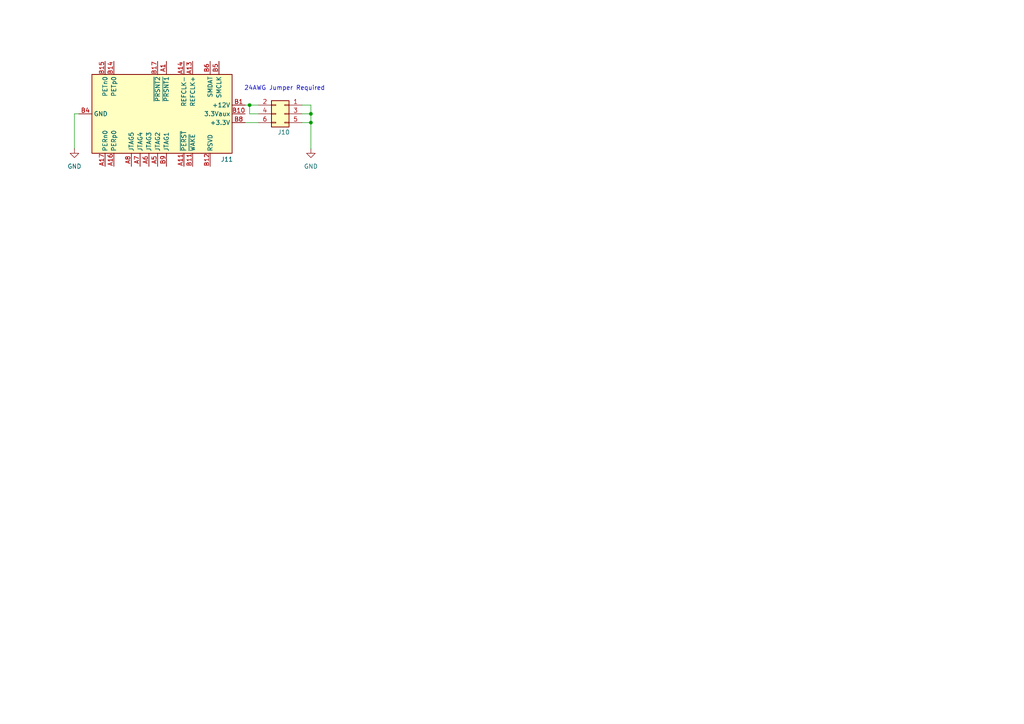
<source format=kicad_sch>
(kicad_sch (version 20231120) (generator "eeschema") (generator_version "8.0")
  (paper "A4")
  (lib_symbols
    (symbol "Connector:Bus_PCI_Express_x1"
      (property "Reference" "J" (at -8.89 22.86 0))
      (property "Value" "Bus_PCI_Express_x1" (at 12.7 22.86 0))
      (symbol "Bus_PCI_Express_x1_0_1"
        (rectangle (start -11.43 21.59) (end 11.43 -19.05) (stroke (width 0.254)) (fill (type background)))
      )
      (symbol "Bus_PCI_Express_x1_1_1"
        (pin passive line (at -15.24 2.54 0) (length 3.81) (name "~{PRSNT1}") (number "A1"))
        (pin passive line (at 2.54 25.4 270) (length 3.81) hide (name "+3.3V") (number "A10"))
        (pin input line (at 15.24 7.62 180) (length 3.81) (name "~{PERST}") (number "A11"))
        (pin passive line (at 0 -22.86 90) (length 3.81) hide (name "GND") (number "A12"))
        (pin input line (at -15.24 10.16 0) (length 3.81) (name "REFCLK+") (number "A13"))
        (pin input line (at -15.24 7.62 0) (length 3.81) (name "REFCLK-") (number "A14"))
        (pin passive line (at 0 -22.86 90) (length 3.81) hide (name "GND") (number "A15"))
        (pin output line (at 15.24 -12.7 180) (length 3.81) (name "PERp0") (number "A16"))
        (pin output line (at 15.24 -15.24 180) (length 3.81) (name "PERn0") (number "A17"))
        (pin passive line (at 0 -22.86 90) (length 3.81) hide (name "GND") (number "A18"))
        (pin passive line (at -2.54 25.4 270) (length 3.81) hide (name "+12V") (number "A2"))
        (pin passive line (at -2.54 25.4 270) (length 3.81) hide (name "+12V") (number "A3"))
        (pin passive line (at 0 -22.86 90) (length 3.81) hide (name "GND") (number "A4"))
        (pin input line (at 15.24 0 180) (length 3.81) (name "JTAG2") (number "A5"))
        (pin input line (at 15.24 -2.54 180) (length 3.81) (name "JTAG3") (number "A6"))
        (pin output line (at 15.24 -5.08 180) (length 3.81) (name "JTAG4") (number "A7"))
        (pin input line (at 15.24 -7.62 180) (length 3.81) (name "JTAG5") (number "A8"))
        (pin passive line (at 2.54 25.4 270) (length 3.81) hide (name "+3.3V") (number "A9"))
        (pin power_in line (at -2.54 25.4 270) (length 3.81) (name "+12V") (number "B1"))
        (pin power_in line (at 0 25.4 270) (length 3.81) (name "3.3Vaux") (number "B10"))
        (pin open_collector line (at 15.24 10.16 180) (length 3.81) (name "~{WAKE}") (number "B11"))
        (pin passive line (at 15.24 15.24 180) (length 3.81) (name "RSVD") (number "B12"))
        (pin passive line (at 0 -22.86 90) (length 3.81) hide (name "GND") (number "B13"))
        (pin input line (at -15.24 -12.7 0) (length 3.81) (name "PETp0") (number "B14"))
        (pin input line (at -15.24 -15.24 0) (length 3.81) (name "PETn0") (number "B15"))
        (pin passive line (at 0 -22.86 90) (length 3.81) hide (name "GND") (number "B16"))
        (pin passive line (at -15.24 0 0) (length 3.81) (name "~{PRSNT2}") (number "B17"))
        (pin passive line (at 0 -22.86 90) (length 3.81) hide (name "GND") (number "B18"))
        (pin passive line (at -2.54 25.4 270) (length 3.81) hide (name "+12V") (number "B2"))
        (pin passive line (at -2.54 25.4 270) (length 3.81) hide (name "+12V") (number "B3"))
        (pin power_in line (at 0 -22.86 90) (length 3.81) (name "GND") (number "B4"))
        (pin input line (at -15.24 17.78 0) (length 3.81) (name "SMCLK") (number "B5"))
        (pin bidirectional line (at -15.24 15.24 0) (length 3.81) (name "SMDAT") (number "B6"))
        (pin passive line (at 0 -22.86 90) (length 3.81) hide (name "GND") (number "B7"))
        (pin power_in line (at 2.54 25.4 270) (length 3.81) (name "+3.3V") (number "B8"))
        (pin input line (at 15.24 2.54 180) (length 3.81) (name "JTAG1") (number "B9"))
      )
    )
    (symbol "Connector_Generic:Conn_02x03_Odd_Even" (pin_names (offset 1.016) hide)
      (property "Reference" "J" (at 1.27 5.08 0))
      (property "Value" "Conn_02x03_Odd_Even" (at 1.27 -5.08 0))
      (symbol "Conn_02x03_Odd_Even_1_1"
        (rectangle (start -1.27 -2.413) (end 0 -2.667) (stroke (width 0.1524)))
        (rectangle (start -1.27 0.127) (end 0 -0.127) (stroke (width 0.1524)))
        (rectangle (start -1.27 2.667) (end 0 2.413) (stroke (width 0.1524)))
        (rectangle (start -1.27 3.81) (end 3.81 -3.81) (stroke (width 0.254)) (fill (type background)))
        (rectangle (start 3.81 -2.413) (end 2.54 -2.667) (stroke (width 0.1524)))
        (rectangle (start 3.81 0.127) (end 2.54 -0.127) (stroke (width 0.1524)))
        (rectangle (start 3.81 2.667) (end 2.54 2.413) (stroke (width 0.1524)))
        (pin passive line (at -5.08 2.54 0) (length 3.81) (name "Pin_1") (number "1"))
        (pin passive line (at 7.62 2.54 180) (length 3.81) (name "Pin_2") (number "2"))
        (pin passive line (at -5.08 0 0) (length 3.81) (name "Pin_3") (number "3"))
        (pin passive line (at 7.62 0 180) (length 3.81) (name "Pin_4") (number "4"))
        (pin passive line (at -5.08 -2.54 0) (length 3.81) (name "Pin_5") (number "5"))
        (pin passive line (at 7.62 -2.54 180) (length 3.81) (name "Pin_6") (number "6"))
      )
    )
    (symbol "power:GND" (power) (pin_numbers hide) (pin_names (offset 0) hide)
      (property "Value" "GND" (at 0 -3.81 0))
      (symbol "GND_0_1"
        (polyline (pts (xy 0 0) (xy 0 -1.27) (xy 1.27 -1.27) (xy 0 -2.54) (xy -1.27 -1.27) (xy 0 -1.27)))
      )
      (symbol "GND_1_1"
        (pin power_in line (at 0 0 270) (length 0) (name "~") (number "1"))
      )
    )
  )
  (junction (at 90.17 35.56))
  (junction (at 90.17 33.02))
  (junction (at 72.39 30.48))
  (wire (pts (xy 87.63 33.02) (xy 90.17 33.02)))
  (wire (pts (xy 71.12 30.48) (xy 72.39 30.48)))
  (wire (pts (xy 74.93 30.48) (xy 72.39 30.48)))
  (wire (pts (xy 21.59 33.02) (xy 22.86 33.02)))
  (wire (pts (xy 71.12 35.56) (xy 74.93 35.56)))
  (wire (pts (xy 90.17 30.48) (xy 90.17 33.02)))
  (wire (pts (xy 87.63 35.56) (xy 90.17 35.56)))
  (wire (pts (xy 72.39 33.02) (xy 74.93 33.02)))
  (wire (pts (xy 72.39 30.48) (xy 72.39 33.02)))
  (wire (pts (xy 87.63 30.48) (xy 90.17 30.48)))
  (wire (pts (xy 90.17 33.02) (xy 90.17 35.56)))
  (wire (pts (xy 90.17 35.56) (xy 90.17 43.18)))
  (wire (pts (xy 21.59 43.18) (xy 21.59 33.02)))
  (text "24AWG Jumper Required" (at 82.55 25.654 0) (effects (font (size 1.27 1.27))))
  (symbol (lib_id "power:GND") (at 90.17 43.18 0) (unit 1)
    (property "Reference" "#PWR02" (effects (hide yes)))
    (property "Value" "GND" (at 90.17 48.26 0))
    (property "Description" "Power symbol creates a global label with name \"GND\" , ground" (effects (hide yes)))
  )
  (symbol (lib_id "power:GND") (at 21.59 43.18 0) (unit 1)
    (property "Reference" "#PWR01" (effects (hide yes)))
    (property "Value" "GND" (at 21.59 48.26 0))
    (property "Description" "Power symbol creates a global label with name \"GND\" , ground" (effects (hide yes)))
  )
  (symbol (lib_id "Connector:Bus_PCI_Express_x1") (at 45.72 33.02 270) (unit 1) (in_bom no)
    (property "Reference" "J11" (at 64.008 46.228 90) (effects (justify left)))
    (property "Value" "Bus_PCI_Express_x1" (effects (hide yes)))
    (property "Footprint" "Connector_PCBEdge:BUS_PCIexpress_x1" (effects (hide yes)))
    (property "Datasheet" "http://www.ritrontek.com/uploadfile/2016/1026/20161026105231124.pdf#page=63" (effects (hide yes)))
    (property "Description" "PCI Express bus connector x1" (effects (hide yes)))
  )
  (symbol (lib_id "Connector_Generic:Conn_02x03_Odd_Even") (at 82.55 33.02 0) (mirror y) (unit 1)
    (property "Reference" "J10" (at 82.296 38.354 0))
    (property "Value" "Conn_02x03_Odd_Even" (effects (hide yes)))
    (property "Footprint" "Connector_PinHeader_2.54mm:PinHeader_1x06_P2.54mm_Vertical" (effects (hide yes)))
    (property "Description" "Generic connector, double row, 02x03, odd/even pin numbering scheme (row 1 odd numbers, row 2 even numbers), script generated (kicad-library-utils/schlib/autogen/connector/)" (effects (hide yes)))
    (property "LCSC" "C5156615" (effects (hide yes)))
    (property "Part_Number" "2.54-1*6" (effects (hide yes)))
  )
)
</source>
